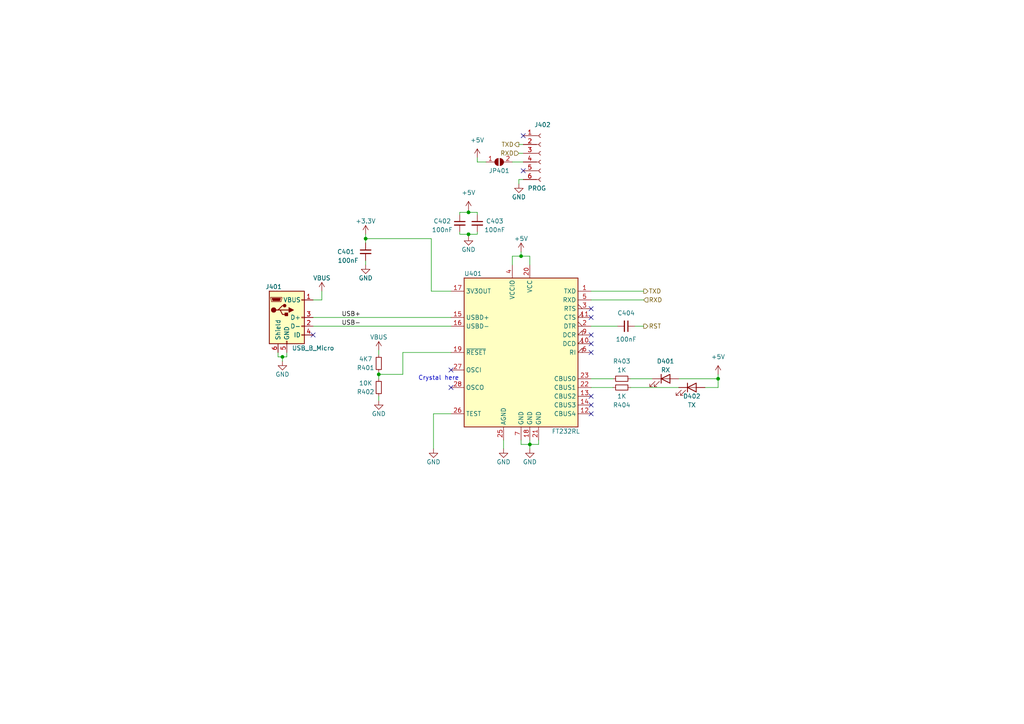
<source format=kicad_sch>
(kicad_sch (version 20211123) (generator eeschema)
  (paper "A4")
  (title_block (title "Inverted Pendulum Controller") (date "${ISSUE}") (rev "${REVISION}") (company "SNHU") (comment 4 "Release: ${FULL_REVISION}"))
  (lib_symbols
    (symbol "Connector:Conn_01x06_Female" (pin_names (offset 1.016) hide)
      (property "Reference" "J" (at 0 7.62 0))
      (property "Value" "Conn_01x06_Female" (at 0 -10.16 0))
      (symbol "Conn_01x06_Female_1_1"
        (arc (start 0 -7.112) (mid -0.508 -7.62) (end 0 -8.128) (stroke (width 0.1524)))
        (arc (start 0 -4.572) (mid -0.508 -5.08) (end 0 -5.588) (stroke (width 0.1524)))
        (arc (start 0 -2.032) (mid -0.508 -2.54) (end 0 -3.048) (stroke (width 0.1524)))
        (polyline (pts (xy -1.27 -7.62) (xy -0.508 -7.62)) (stroke (width 0.1524)))
        (polyline (pts (xy -1.27 -5.08) (xy -0.508 -5.08)) (stroke (width 0.1524)))
        (polyline (pts (xy -1.27 -2.54) (xy -0.508 -2.54)) (stroke (width 0.1524)))
        (polyline (pts (xy -1.27 0) (xy -0.508 0)) (stroke (width 0.1524)))
        (polyline (pts (xy -1.27 2.54) (xy -0.508 2.54)) (stroke (width 0.1524)))
        (polyline (pts (xy -1.27 5.08) (xy -0.508 5.08)) (stroke (width 0.1524)))
        (arc (start 0 0.508) (mid -0.508 0) (end 0 -0.508) (stroke (width 0.1524)))
        (arc (start 0 3.048) (mid -0.508 2.54) (end 0 2.032) (stroke (width 0.1524)))
        (arc (start 0 5.588) (mid -0.508 5.08) (end 0 4.572) (stroke (width 0.1524)))
        (pin passive line (at -5.08 5.08 0) (length 3.81) (name "Pin_1") (number "1"))
        (pin passive line (at -5.08 2.54 0) (length 3.81) (name "Pin_2") (number "2"))
        (pin passive line (at -5.08 0 0) (length 3.81) (name "Pin_3") (number "3"))
        (pin passive line (at -5.08 -2.54 0) (length 3.81) (name "Pin_4") (number "4"))
        (pin passive line (at -5.08 -5.08 0) (length 3.81) (name "Pin_5") (number "5"))
        (pin passive line (at -5.08 -7.62 0) (length 3.81) (name "Pin_6") (number "6"))
      )
    )
    (symbol "Connector:USB_B_Micro" (pin_names (offset 1.016))
      (property "Reference" "J" (at -5.08 11.43 0))
      (property "Value" "USB_B_Micro" (at -5.08 8.89 0))
      (symbol "USB_B_Micro_0_1"
        (rectangle (start -5.08 -7.62) (end 5.08 7.62) (stroke (width 0.254)) (fill (type background)))
        (circle (center -3.81 2.159) (radius 0.635) (stroke (width 0.254)) (fill (type outline)))
        (circle (center -0.635 3.429) (radius 0.381) (stroke (width 0.254)) (fill (type outline)))
        (rectangle (start -0.127 -7.62) (end 0.127 -6.858))
        (polyline (pts (xy -1.905 2.159) (xy 0.635 2.159)) (stroke (width 0.254)))
        (polyline (pts (xy -3.175 2.159) (xy -2.54 2.159) (xy -1.27 3.429) (xy -0.635 3.429)) (stroke (width 0.254)))
        (polyline (pts (xy -2.54 2.159) (xy -1.905 2.159) (xy -1.27 0.889) (xy 0 0.889)) (stroke (width 0.254)))
        (polyline (pts (xy 0.635 2.794) (xy 0.635 1.524) (xy 1.905 2.159) (xy 0.635 2.794)) (stroke (width 0.254)) (fill (type outline)))
        (polyline (pts (xy -4.318 5.588) (xy -1.778 5.588) (xy -2.032 4.826) (xy -4.064 4.826) (xy -4.318 5.588)) (fill (type outline)))
        (polyline (pts (xy -4.699 5.842) (xy -4.699 5.588) (xy -4.445 4.826) (xy -4.445 4.572) (xy -1.651 4.572) (xy -1.651 4.826) (xy -1.397 5.588) (xy -1.397 5.842) (xy -4.699 5.842)))
        (rectangle (start 0.254 1.27) (end -0.508 0.508) (stroke (width 0.254)) (fill (type outline)))
        (rectangle (start 5.08 -5.207) (end 4.318 -4.953))
        (rectangle (start 5.08 -2.667) (end 4.318 -2.413))
        (rectangle (start 5.08 -0.127) (end 4.318 0.127))
        (rectangle (start 5.08 4.953) (end 4.318 5.207))
      )
      (symbol "USB_B_Micro_1_1"
        (pin power_out line (at 7.62 5.08 180) (length 2.54) (name "VBUS") (number "1"))
        (pin bidirectional line (at 7.62 -2.54 180) (length 2.54) (name "D-") (number "2"))
        (pin bidirectional line (at 7.62 0 180) (length 2.54) (name "D+") (number "3"))
        (pin passive line (at 7.62 -5.08 180) (length 2.54) (name "ID") (number "4"))
        (pin power_out line (at 0 -10.16 90) (length 2.54) (name "GND") (number "5"))
        (pin passive line (at -2.54 -10.16 90) (length 2.54) (name "Shield") (number "6"))
      )
    )
    (symbol "Device:C_Small" (pin_numbers hide) (pin_names (offset 0.254) hide)
      (property "Reference" "C" (at 0.254 1.778 0))
      (property "Value" "C_Small" (at 0.254 -2.032 0))
      (symbol "C_Small_0_1"
        (polyline (pts (xy -1.524 -0.508) (xy 1.524 -0.508)) (stroke (width 0.3302)))
        (polyline (pts (xy -1.524 0.508) (xy 1.524 0.508)) (stroke (width 0.3048)))
      )
      (symbol "C_Small_1_1"
        (pin passive line (at 0 2.54 270) (length 2.032) (name "~") (number "1"))
        (pin passive line (at 0 -2.54 90) (length 2.032) (name "~") (number "2"))
      )
    )
    (symbol "Device:LED" (pin_numbers hide) (pin_names (offset 1.016) hide)
      (property "Reference" "D" (at 0 2.54 0))
      (property "Value" "LED" (at 0 -2.54 0))
      (symbol "LED_0_1"
        (polyline (pts (xy -1.27 -1.27) (xy -1.27 1.27)) (stroke (width 0.254)))
        (polyline (pts (xy -1.27 0) (xy 1.27 0)))
        (polyline (pts (xy 1.27 -1.27) (xy 1.27 1.27) (xy -1.27 0) (xy 1.27 -1.27)) (stroke (width 0.254)))
        (polyline (pts (xy -3.048 -0.762) (xy -4.572 -2.286) (xy -3.81 -2.286) (xy -4.572 -2.286) (xy -4.572 -1.524)))
        (polyline (pts (xy -1.778 -0.762) (xy -3.302 -2.286) (xy -2.54 -2.286) (xy -3.302 -2.286) (xy -3.302 -1.524)))
      )
      (symbol "LED_1_1"
        (pin passive line (at -3.81 0 0) (length 2.54) (name "K") (number "1"))
        (pin passive line (at 3.81 0 180) (length 2.54) (name "A") (number "2"))
      )
    )
    (symbol "Device:R_Small" (pin_numbers hide) (pin_names (offset 0.254) hide)
      (property "Reference" "R" (at 0.762 0.508 0))
      (property "Value" "R_Small" (at 0.762 -1.016 0))
      (symbol "R_Small_0_1"
        (rectangle (start -0.762 1.778) (end 0.762 -1.778) (stroke (width 0.2032)))
      )
      (symbol "R_Small_1_1"
        (pin passive line (at 0 2.54 270) (length 0.762) (name "~") (number "1"))
        (pin passive line (at 0 -2.54 90) (length 0.762) (name "~") (number "2"))
      )
    )
    (symbol "Interface_USB:FT232RL"
      (property "Reference" "U" (at -16.51 22.86 0))
      (property "Value" "FT232RL" (at 10.16 22.86 0))
      (symbol "FT232RL_0_1"
        (rectangle (start -16.51 21.59) (end 16.51 -21.59) (stroke (width 0.254)) (fill (type background)))
      )
      (symbol "FT232RL_1_1"
        (pin output line (at 20.32 17.78 180) (length 3.81) (name "TXD") (number "1"))
        (pin input input_low (at 20.32 2.54 180) (length 3.81) (name "DCD") (number "10"))
        (pin input input_low (at 20.32 10.16 180) (length 3.81) (name "CTS") (number "11"))
        (pin bidirectional line (at 20.32 -17.78 180) (length 3.81) (name "CBUS4") (number "12"))
        (pin bidirectional line (at 20.32 -12.7 180) (length 3.81) (name "CBUS2") (number "13"))
        (pin bidirectional line (at 20.32 -15.24 180) (length 3.81) (name "CBUS3") (number "14"))
        (pin bidirectional line (at -20.32 10.16 0) (length 3.81) (name "USBD+") (number "15"))
        (pin bidirectional line (at -20.32 7.62 0) (length 3.81) (name "USBD-") (number "16"))
        (pin power_out line (at -20.32 17.78 0) (length 3.81) (name "3V3OUT") (number "17"))
        (pin power_in line (at 2.54 -25.4 90) (length 3.81) (name "GND") (number "18"))
        (pin input line (at -20.32 0 0) (length 3.81) (name "~{RESET}") (number "19"))
        (pin output output_low (at 20.32 7.62 180) (length 3.81) (name "DTR") (number "2"))
        (pin power_in line (at 2.54 25.4 270) (length 3.81) (name "VCC") (number "20"))
        (pin power_in line (at 5.08 -25.4 90) (length 3.81) (name "GND") (number "21"))
        (pin bidirectional line (at 20.32 -10.16 180) (length 3.81) (name "CBUS1") (number "22"))
        (pin bidirectional line (at 20.32 -7.62 180) (length 3.81) (name "CBUS0") (number "23"))
        (pin power_in line (at -5.08 -25.4 90) (length 3.81) (name "AGND") (number "25"))
        (pin input line (at -20.32 -17.78 0) (length 3.81) (name "TEST") (number "26"))
        (pin input line (at -20.32 -5.08 0) (length 3.81) (name "OSCI") (number "27"))
        (pin output line (at -20.32 -10.16 0) (length 3.81) (name "OSCO") (number "28"))
        (pin output output_low (at 20.32 12.7 180) (length 3.81) (name "RTS") (number "3"))
        (pin power_in line (at -2.54 25.4 270) (length 3.81) (name "VCCIO") (number "4"))
        (pin input line (at 20.32 15.24 180) (length 3.81) (name "RXD") (number "5"))
        (pin input input_low (at 20.32 0 180) (length 3.81) (name "RI") (number "6"))
        (pin power_in line (at 0 -25.4 90) (length 3.81) (name "GND") (number "7"))
        (pin input input_low (at 20.32 5.08 180) (length 3.81) (name "DCR") (number "9"))
      )
    )
    (symbol "Jumper:SolderJumper_2_Open" (pin_names (offset 0) hide)
      (property "Reference" "JP" (at 0 2.032 0))
      (property "Value" "SolderJumper_2_Open" (at 0 -2.54 0))
      (symbol "SolderJumper_2_Open_0_1"
        (arc (start -0.254 1.016) (mid -1.27 0) (end -0.254 -1.016))
        (arc (start -0.254 1.016) (mid -1.27 0) (end -0.254 -1.016) (fill (type outline)))
        (polyline (pts (xy -0.254 1.016) (xy -0.254 -1.016)))
        (polyline (pts (xy 0.254 1.016) (xy 0.254 -1.016)))
        (arc (start 0.254 -1.016) (mid 1.27 0) (end 0.254 1.016))
        (arc (start 0.254 -1.016) (mid 1.27 0) (end 0.254 1.016) (fill (type outline)))
      )
      (symbol "SolderJumper_2_Open_1_1"
        (pin passive line (at -3.81 0 0) (length 2.54) (name "A") (number "1"))
        (pin passive line (at 3.81 0 180) (length 2.54) (name "B") (number "2"))
      )
    )
    (symbol "power:+3.3V" (power) (pin_names (offset 0))
      (property "Value" "+3.3V" (at 0 3.556 0))
      (symbol "+3.3V_0_1"
        (polyline (pts (xy -0.762 1.27) (xy 0 2.54)))
        (polyline (pts (xy 0 0) (xy 0 2.54)))
        (polyline (pts (xy 0 2.54) (xy 0.762 1.27)))
      )
      (symbol "+3.3V_1_1"
        (pin power_in line (at 0 0 90) (length 0) hide (name "+3.3V") (number "1"))
      )
    )
    (symbol "power:+5V" (power) (pin_names (offset 0))
      (property "Value" "+5V" (at 0 3.556 0))
      (symbol "+5V_0_1"
        (polyline (pts (xy -0.762 1.27) (xy 0 2.54)))
        (polyline (pts (xy 0 0) (xy 0 2.54)))
        (polyline (pts (xy 0 2.54) (xy 0.762 1.27)))
      )
      (symbol "+5V_1_1"
        (pin power_in line (at 0 0 90) (length 0) hide (name "+5V") (number "1"))
      )
    )
    (symbol "power:GND" (power) (pin_names (offset 0))
      (property "Value" "GND" (at 0 -3.81 0))
      (symbol "GND_0_1"
        (polyline (pts (xy 0 0) (xy 0 -1.27) (xy 1.27 -1.27) (xy 0 -2.54) (xy -1.27 -1.27) (xy 0 -1.27)))
      )
      (symbol "GND_1_1"
        (pin power_in line (at 0 0 270) (length 0) hide (name "GND") (number "1"))
      )
    )
    (symbol "power:VBUS" (power) (pin_names (offset 0))
      (property "Value" "VBUS" (at 0 3.81 0))
      (symbol "VBUS_0_1"
        (polyline (pts (xy -0.762 1.27) (xy 0 2.54)))
        (polyline (pts (xy 0 0) (xy 0 2.54)))
        (polyline (pts (xy 0 2.54) (xy 0.762 1.27)))
      )
      (symbol "VBUS_1_1"
        (pin power_in line (at 0 0 90) (length 0) hide (name "VBUS") (number "1"))
      )
    )
  )
  (junction (at 153.67 128.905))
  (junction (at 106.045 69.215))
  (junction (at 81.915 103.505))
  (junction (at 135.89 61.595))
  (junction (at 109.855 108.585))
  (junction (at 208.28 109.855))
  (junction (at 135.89 67.945))
  (junction (at 151.13 74.295))
  (no_connect (at 151.765 49.53))
  (no_connect (at 90.805 97.155))
  (no_connect (at 130.81 107.315))
  (no_connect (at 171.45 92.075))
  (no_connect (at 171.45 102.235))
  (no_connect (at 171.45 99.695))
  (no_connect (at 171.45 97.155))
  (no_connect (at 171.45 114.935))
  (no_connect (at 171.45 89.535))
  (no_connect (at 171.45 120.015))
  (no_connect (at 151.765 39.37))
  (no_connect (at 171.45 117.475))
  (no_connect (at 130.81 112.395))
  (wire (pts (xy 133.35 67.945) (xy 135.89 67.945)))
  (wire (pts (xy 106.045 69.215) (xy 106.045 70.485)))
  (wire (pts (xy 125.73 120.015) (xy 125.73 130.175)))
  (wire (pts (xy 150.495 52.07) (xy 151.765 52.07)))
  (wire (pts (xy 150.495 53.34) (xy 150.495 52.07)))
  (wire (pts (xy 151.13 74.295) (xy 148.59 74.295)))
  (wire (pts (xy 80.645 102.235) (xy 80.645 103.505)))
  (wire (pts (xy 171.45 109.855) (xy 177.8 109.855)))
  (wire (pts (xy 148.59 74.295) (xy 148.59 76.835)))
  (wire (pts (xy 186.69 84.455) (xy 171.45 84.455)))
  (wire (pts (xy 106.045 69.215) (xy 125.095 69.215)))
  (wire (pts (xy 109.855 108.585) (xy 116.84 108.585)))
  (wire (pts (xy 151.13 127.635) (xy 151.13 128.905)))
  (wire (pts (xy 90.805 94.615) (xy 130.81 94.615)))
  (wire (pts (xy 83.185 102.235) (xy 83.185 103.505)))
  (wire (pts (xy 109.855 107.95) (xy 109.855 108.585)))
  (wire (pts (xy 133.35 61.595) (xy 135.89 61.595)))
  (wire (pts (xy 208.28 109.855) (xy 196.85 109.855)))
  (wire (pts (xy 93.345 86.995) (xy 93.345 84.455)))
  (wire (pts (xy 135.89 67.945) (xy 138.43 67.945)))
  (wire (pts (xy 130.81 120.015) (xy 125.73 120.015)))
  (wire (pts (xy 150.495 41.91) (xy 151.765 41.91)))
  (wire (pts (xy 109.855 114.935) (xy 109.855 116.205)))
  (wire (pts (xy 125.095 69.215) (xy 125.095 84.455)))
  (wire (pts (xy 109.855 108.585) (xy 109.855 109.855)))
  (wire (pts (xy 106.045 69.215) (xy 106.045 67.945)))
  (wire (pts (xy 138.43 67.945) (xy 138.43 67.31)))
  (wire (pts (xy 151.13 74.295) (xy 153.67 74.295)))
  (wire (pts (xy 138.43 46.99) (xy 140.97 46.99)))
  (wire (pts (xy 156.21 128.905) (xy 153.67 128.905)))
  (wire (pts (xy 150.495 44.45) (xy 151.765 44.45)))
  (wire (pts (xy 156.21 127.635) (xy 156.21 128.905)))
  (wire (pts (xy 153.67 127.635) (xy 153.67 128.905)))
  (wire (pts (xy 182.88 109.855) (xy 189.23 109.855)))
  (wire (pts (xy 133.35 62.23) (xy 133.35 61.595)))
  (wire (pts (xy 80.645 103.505) (xy 81.915 103.505)))
  (wire (pts (xy 153.67 128.905) (xy 153.67 130.175)))
  (wire (pts (xy 138.43 61.595) (xy 138.43 62.23)))
  (wire (pts (xy 135.89 61.595) (xy 135.89 60.96)))
  (wire (pts (xy 125.095 84.455) (xy 130.81 84.455)))
  (wire (pts (xy 106.045 75.565) (xy 106.045 76.835)))
  (wire (pts (xy 208.28 108.585) (xy 208.28 109.855)))
  (wire (pts (xy 151.13 73.025) (xy 151.13 74.295)))
  (wire (pts (xy 90.805 86.995) (xy 93.345 86.995)))
  (wire (pts (xy 171.45 94.615) (xy 179.07 94.615)))
  (wire (pts (xy 138.43 45.72) (xy 138.43 46.99)))
  (wire (pts (xy 153.67 74.295) (xy 153.67 76.835)))
  (wire (pts (xy 171.45 112.395) (xy 177.8 112.395)))
  (wire (pts (xy 135.89 67.945) (xy 135.89 68.58)))
  (wire (pts (xy 83.185 103.505) (xy 81.915 103.505)))
  (wire (pts (xy 116.84 108.585) (xy 116.84 102.235)))
  (wire (pts (xy 116.84 102.235) (xy 130.81 102.235)))
  (wire (pts (xy 148.59 46.99) (xy 151.765 46.99)))
  (wire (pts (xy 151.13 128.905) (xy 153.67 128.905)))
  (wire (pts (xy 81.915 103.505) (xy 81.915 104.775)))
  (wire (pts (xy 182.88 112.395) (xy 196.85 112.395)))
  (wire (pts (xy 135.89 61.595) (xy 138.43 61.595)))
  (wire (pts (xy 208.28 112.395) (xy 208.28 109.855)))
  (wire (pts (xy 186.69 86.995) (xy 171.45 86.995)))
  (wire (pts (xy 146.05 127.635) (xy 146.05 130.175)))
  (wire (pts (xy 109.855 101.6) (xy 109.855 102.87)))
  (wire (pts (xy 90.805 92.075) (xy 130.81 92.075)))
  (wire (pts (xy 186.69 94.615) (xy 184.15 94.615)))
  (wire (pts (xy 204.47 112.395) (xy 208.28 112.395)))
  (wire (pts (xy 133.35 67.31) (xy 133.35 67.945)))
  (text "Crystal here" (at 121.285 110.49 0) (effects (font (size 1.27 1.27)) (justify left bottom)))
  (label "USB+" (at 99.06 92.075 0))
  (label "USB-" (at 99.06 94.615 0))
  (hierarchical_label "TXD" (shape output) (at 150.495 41.91 180))
  (hierarchical_label "RXD" (shape input) (at 150.495 44.45 180))
  (hierarchical_label "RXD" (shape input) (at 186.69 86.995 0))
  (hierarchical_label "TXD" (shape output) (at 186.69 84.455 0))
  (hierarchical_label "RST" (shape output) (at 186.69 94.615 0))
  (symbol (lib_id "power:GND") (at 146.05 130.175 0) (unit 1)
    (property "Reference" "#PWR0118" (effects hide))
    (property "Value" "GND" (at 146.05 133.985 0))
  )
  (symbol (lib_id "power:+5V") (at 208.28 108.585 0) (unit 1)
    (property "Reference" "#PWR0116" (effects hide))
    (property "Value" "+5V" (at 208.28 103.505 0))
  )
  (symbol (lib_id "power:+5V") (at 151.13 73.025 0) (unit 1)
    (property "Reference" "#PWR0121" (effects hide))
    (property "Value" "+5V" (at 151.13 69.215 0))
  )
  (symbol (lib_id "Device:C_Small") (at 181.61 94.615 270) (unit 1)
    (property "Reference" "C404" (at 181.61 90.805 90))
    (property "Value" "100nF" (at 181.61 98.425 90))
    (property "Footprint" "Capacitor_SMD:C_0805_2012Metric" (effects hide))
  )
  (symbol (lib_id "power:GND") (at 106.045 76.835 0) (unit 1)
    (property "Reference" "#PWR0128" (effects hide))
    (property "Value" "GND" (at 106.045 80.645 0))
  )
  (symbol (lib_id "Device:R_Small") (at 109.855 105.41 180) (unit 1)
    (property "Reference" "R401" (at 106.045 106.68 0))
    (property "Value" "4K7" (at 106.045 104.14 0))
    (property "Footprint" "Resistor_SMD:R_0805_2012Metric" (effects hide))
  )
  (symbol (lib_id "Connector:Conn_01x06_Female") (at 156.845 44.45 0) (unit 1)
    (property "Reference" "J402" (at 154.94 36.195 0) (effects (justify left)))
    (property "Value" "PROG" (at 153.035 54.61 0) (effects (justify left)))
    (property "Footprint" "Connector_PinSocket_2.54mm:PinSocket_1x06_P2.54mm_Vertical" (effects hide))
  )
  (symbol (lib_id "Device:C_Small") (at 106.045 73.025 0) (unit 1)
    (property "Reference" "C401" (at 100.33 73.025 0))
    (property "Value" "100nF" (at 100.965 75.565 0))
    (property "Footprint" "Capacitor_SMD:C_0805_2012Metric" (effects hide))
  )
  (symbol (lib_id "power:GND") (at 135.89 68.58 0) (unit 1)
    (property "Reference" "#PWR0122" (effects hide))
    (property "Value" "GND" (at 135.89 72.39 0))
  )
  (symbol (lib_id "power:GND") (at 125.73 130.175 0) (unit 1)
    (property "Reference" "#PWR0124" (effects hide))
    (property "Value" "GND" (at 125.73 133.985 0))
  )
  (symbol (lib_id "Device:R_Small") (at 180.34 112.395 270) (unit 1)
    (property "Reference" "R404" (at 180.34 117.475 90))
    (property "Value" "1K" (at 180.34 114.935 90))
    (property "Footprint" "Resistor_SMD:R_0805_2012Metric" (effects hide))
  )
  (symbol (lib_id "power:GND") (at 81.915 104.775 0) (unit 1)
    (property "Reference" "#PWR0127" (effects hide))
    (property "Value" "GND" (at 81.915 108.585 0))
  )
  (symbol (lib_id "Device:R_Small") (at 109.855 112.395 180) (unit 1)
    (property "Reference" "R402" (at 106.045 113.665 0))
    (property "Value" "10K" (at 106.045 111.125 0))
    (property "Footprint" "Resistor_SMD:R_0805_2012Metric" (effects hide))
  )
  (symbol (lib_id "power:+3.3V") (at 106.045 67.945 0) (unit 1)
    (property "Reference" "#PWR0125" (effects hide))
    (property "Value" "+3.3V" (at 106.045 64.135 0))
  )
  (symbol (lib_id "power:GND") (at 153.67 130.175 0) (unit 1)
    (property "Reference" "#PWR0117" (effects hide))
    (property "Value" "GND" (at 153.67 133.985 0))
  )
  (symbol (lib_id "Device:R_Small") (at 180.34 109.855 90) (unit 1)
    (property "Reference" "R403" (at 180.34 104.775 90))
    (property "Value" "1K" (at 180.34 107.315 90))
    (property "Footprint" "Resistor_SMD:R_0805_2012Metric" (effects hide))
  )
  (symbol (lib_id "power:+5V") (at 138.43 45.72 0) (unit 1)
    (property "Reference" "#PWR0123" (effects hide))
    (property "Value" "+5V" (at 138.43 40.64 0))
  )
  (symbol (lib_id "Interface_USB:FT232RL") (at 151.13 102.235 0) (unit 1)
    (property "Reference" "U401" (at 134.62 79.375 0) (effects (justify left)))
    (property "Value" "FT232RL" (at 160.02 125.095 0) (effects (justify left)))
    (property "Footprint" "Package_SO:SSOP-28_5.3x10.2mm_P0.65mm" (effects hide))
    (property "Datasheet" "https://www.ftdichip.com/Support/Documents/DataSheets/ICs/DS_FT232R.pdf" (effects hide))
  )
  (symbol (lib_id "Device:C_Small") (at 138.43 64.77 0) (unit 1)
    (property "Reference" "C403" (at 143.51 64.135 0))
    (property "Value" "100nF" (at 143.51 66.675 0))
    (property "Footprint" "Capacitor_SMD:C_0805_2012Metric" (effects hide))
  )
  (symbol (lib_id "power:GND") (at 150.495 53.34 0) (unit 1)
    (property "Reference" "#PWR0119" (effects hide))
    (property "Value" "GND" (at 150.495 57.15 0))
  )
  (symbol (lib_id "power:+5V") (at 135.89 60.96 0) (unit 1)
    (property "Reference" "#PWR0120" (effects hide))
    (property "Value" "+5V" (at 135.89 55.88 0))
  )
  (symbol (lib_id "power:GND") (at 109.855 116.205 0) (unit 1)
    (property "Reference" "#PWR0126" (effects hide))
    (property "Value" "GND" (at 109.855 120.015 0))
  )
  (symbol (lib_id "Device:LED") (at 193.04 109.855 0) (unit 1)
    (property "Reference" "D401" (at 193.04 104.775 0))
    (property "Value" "RX" (at 193.04 107.315 0))
    (property "Footprint" "LED_SMD:LED_0805_2012Metric" (effects hide))
  )
  (symbol (lib_id "Device:C_Small") (at 133.35 64.77 0) (unit 1)
    (property "Reference" "C402" (at 128.27 64.135 0))
    (property "Value" "100nF" (at 128.27 66.675 0))
    (property "Footprint" "Capacitor_SMD:C_0805_2012Metric" (effects hide))
  )
  (symbol (lib_id "power:VBUS") (at 109.855 101.6 0) (unit 1)
    (property "Reference" "#PWR0130" (effects hide))
    (property "Value" "VBUS" (at 109.855 97.79 0))
  )
  (symbol (lib_id "Device:LED") (at 200.66 112.395 0) (unit 1)
    (property "Reference" "D402" (at 200.66 114.935 0))
    (property "Value" "TX" (at 200.66 117.475 0))
    (property "Footprint" "LED_SMD:LED_0805_2012Metric" (effects hide))
  )
  (symbol (lib_id "power:VBUS") (at 93.345 84.455 0) (unit 1)
    (property "Reference" "#PWR0129" (effects hide))
    (property "Value" "VBUS" (at 93.345 80.645 0))
  )
  (symbol (lib_id "Connector:USB_B_Micro") (at 83.185 92.075 0) (unit 1)
    (property "Reference" "J401" (at 79.375 83.185 0))
    (property "Value" "USB_B_Micro" (at 90.805 100.965 0))
    (property "Footprint" "Connector_USB:USB_Mini-B_Lumberg_2486_01_Horizontal" (effects hide))
  )
  (symbol (lib_id "Jumper:SolderJumper_2_Open") (at 144.78 46.99 0) (unit 1)
    (property "Reference" "JP401" (at 144.78 49.53 0))
    (property "Value" "SolderJumper_2_Open" (effects hide))
    (property "Footprint" "Jumper:SolderJumper-2_P1.3mm_Open_TrianglePad1.0x1.5mm" (effects hide))
  )
)
</source>
